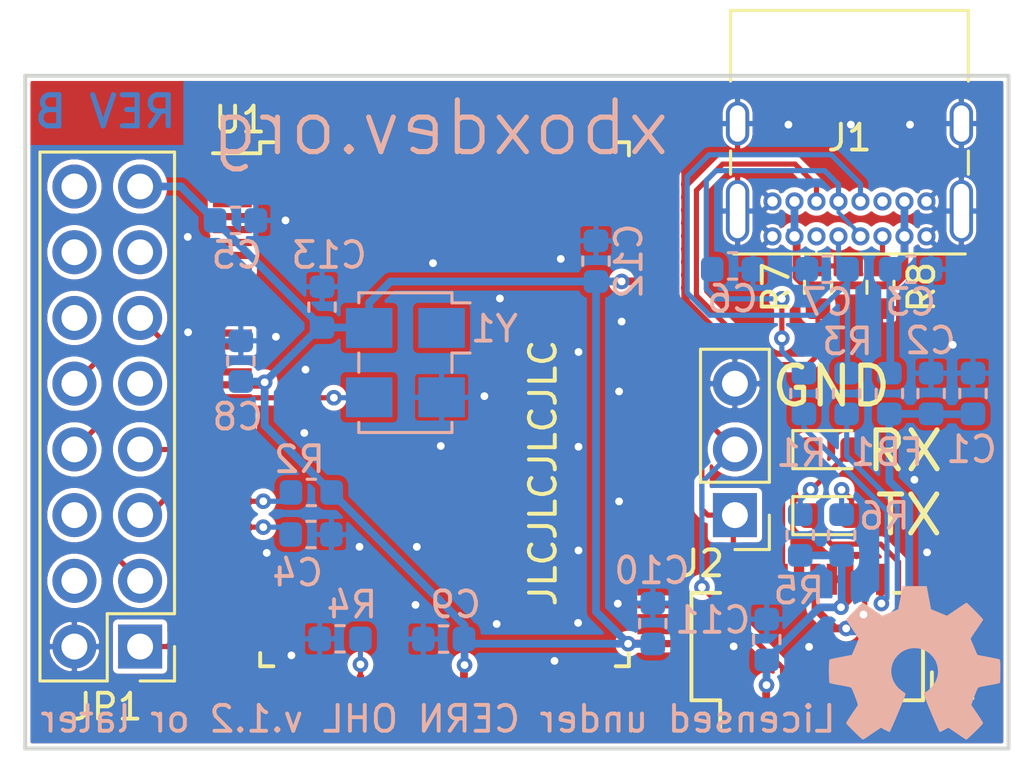
<source format=kicad_pcb>
(kicad_pcb (version 20171130) (host pcbnew "(5.1.8)-1")
  (title_block (title "Original Xbox Serial USB Adapter") (date 2019-03-27) (rev B) (company XboxDev) (comment 2 "Copyright Mike Davis 2019") (comment 3 "Licensed under CERN OHL v.1.2 or later") (comment 4 https://github.com/xboxdev/serial-usb-adapter))
  (layers (0 F.Cu signal) (31 B.Cu signal hide) (34 B.Paste user hide) (35 F.Paste user hide) (36 B.SilkS user hide) (37 F.SilkS user hide) (38 B.Mask user hide) (39 F.Mask user hide) (44 Edge.Cuts user))
  (net 0 "")
  (net 1 VBUS)
  (net 2 VSS)
  (net 3 "Net-(C4-Pad1)")
  (net 4 VCC)
  (net 5 "Net-(C6-Pad1)")
  (net 6 "Net-(C7-Pad1)")
  (net 7 +3V3)
  (net 8 "Net-(D1-Pad1)")
  (net 9 "Net-(D1-Pad2)")
  (net 10 "Net-(D2-Pad2)")
  (net 11 "Net-(D2-Pad1)")
  (net 12 "Net-(J2-Pad1)")
  (net 13 "Net-(J2-Pad2)")
  (net 14 "Net-(JP1-Pad3)")
  (net 15 "Net-(JP1-Pad5)")
  (net 16 "Net-(JP1-Pad7)")
  (net 17 "Net-(JP1-Pad8)")
  (net 18 "Net-(JP1-Pad10)")
  (net 19 "Net-(JP1-Pad11)")
  (net 20 "Net-(R1-Pad1)")
  (net 21 "Net-(R2-Pad1)")
  (net 22 "Net-(R3-Pad2)")
  (net 23 "Net-(R4-Pad1)")
  (net 24 "Net-(U1-Pad19)")
  (net 25 "Net-(Y1-Pad1)")
  (net 26 "Net-(J1-PadA5)")
  (net 27 "Net-(J1-PadB8)")
  (net 28 "Net-(J1-PadA8)")
  (net 29 "Net-(J1-PadB5)")
  (net 30 "Net-(C3-Pad1)")
  (module Capacitor_SMD:C_0603_1608Metric (layer B.Cu) (at 120.142 114.808)
    (fp_text reference C6 (at 0 1.27) (layer B.SilkS) (effects (justify mirror)))
    (fp_text value 47pF)
    (pad 2 smd roundrect (at 0.7875 0.127) (size 0.875 0.95) (layers B.Cu B.Paste B.Mask) (net 2 VSS))
    (pad 1 smd roundrect (at -0.7875 0.127) (size 0.875 0.95) (layers B.Cu B.Paste B.Mask) (net 5 "Net-(C6-Pad1)"))
  )
  (module Capacitor_SMD:C_0603_1608Metric (layer B.Cu) (at 127.0255 114.935)
    (fp_text reference C3 (at 0 1.27 180) (layer B.SilkS) (effects (justify mirror)))
    (fp_text value 10nF)
    (pad 2 smd roundrect (at 0.7875 0) (size 0.875 0.95) (layers B.Cu B.Paste B.Mask) (net 2 VSS))
    (pad 1 smd roundrect (at -0.7875 0) (size 0.875 0.95) (layers B.Cu B.Paste B.Mask) (net 30 "Net-(C3-Pad1)"))
  )
  (module Capacitor_SMD:C_0603_1608Metric (layer B.Cu) (at 114.86388 114.62258 90)
    (fp_text reference C12 (at 0 1.27 90) (layer B.SilkS) (effects (justify mirror)))
    (fp_text value 10nF)
    (pad 2 smd roundrect (at 0.7875 0 90) (size 0.875 0.95) (layers B.Cu B.Paste B.Mask) (net 2 VSS))
    (pad 1 smd roundrect (at -0.7875 0 90) (size 0.875 0.95) (layers B.Cu B.Paste B.Mask) (net 4 VCC))
  )
  (module Capacitor_SMD:C_0603_1608Metric (layer B.Cu) (at 123.7995 114.935 180)
    (fp_text reference C7 (at 0 -1.27) (layer B.SilkS) (effects (justify mirror)))
    (fp_text value 47pF)
    (pad 2 smd roundrect (at 0.7875 0 180) (size 0.875 0.95) (layers B.Cu B.Paste B.Mask) (net 2 VSS))
    (pad 1 smd roundrect (at -0.7875 0 180) (size 0.875 0.95) (layers B.Cu B.Paste B.Mask) (net 6 "Net-(C7-Pad1)"))
  )
  (module Connector_USB:USB_C_Receptacle_GCT_USB4085 (layer F.Cu) (at 127.635 113.665 180)
    (fp_text reference J1 (at 2.975 3.81 180) (layer F.SilkS))
    (fp_text value USB_C_Receptacle_USB2.0)
    (pad S1 thru_hole oval (at 7.3 4.36 180) (size 0.9 1.7) (drill oval 0.6 1.4) (layers *.Cu *.Mask) (net 2 VSS))
    (pad S1 thru_hole oval (at -1.35 4.36 180) (size 0.9 1.7) (drill oval 0.6 1.4) (layers *.Cu *.Mask) (net 2 VSS))
    (pad S1 thru_hole oval (at 7.3 0.98 180) (size 0.9 2.4) (drill oval 0.6 2.1) (layers *.Cu *.Mask) (net 2 VSS))
    (pad S1 thru_hole oval (at -1.35 0.98 180) (size 0.9 2.4) (drill oval 0.6 2.1) (layers *.Cu *.Mask) (net 2 VSS))
    (pad B6 thru_hole circle (at 3.4 1.35 180) (size 0.7 0.7) (drill 0.4) (layers *.Cu *.Mask) (net 5 "Net-(C6-Pad1)"))
    (pad B1 thru_hole circle (at 5.95 1.35 180) (size 0.7 0.7) (drill 0.4) (layers *.Cu *.Mask) (net 2 VSS))
    (pad B4 thru_hole circle (at 5.1 1.35 180) (size 0.7 0.7) (drill 0.4) (layers *.Cu *.Mask) (net 30 "Net-(C3-Pad1)"))
    (pad B5 thru_hole circle (at 4.25 1.35 180) (size 0.7 0.7) (drill 0.4) (layers *.Cu *.Mask) (net 29 "Net-(J1-PadB5)"))
    (pad B12 thru_hole circle (at 0 1.35 180) (size 0.7 0.7) (drill 0.4) (layers *.Cu *.Mask) (net 2 VSS))
    (pad B8 thru_hole circle (at 1.7 1.35 180) (size 0.7 0.7) (drill 0.4) (layers *.Cu *.Mask) (net 27 "Net-(J1-PadB8)"))
    (pad B7 thru_hole circle (at 2.55 1.35 180) (size 0.7 0.7) (drill 0.4) (layers *.Cu *.Mask) (net 6 "Net-(C7-Pad1)"))
    (pad B9 thru_hole circle (at 0.85 1.35 180) (size 0.7 0.7) (drill 0.4) (layers *.Cu *.Mask) (net 30 "Net-(C3-Pad1)"))
    (pad A12 thru_hole circle (at 5.95 0 180) (size 0.7 0.7) (drill 0.4) (layers *.Cu *.Mask) (net 2 VSS))
    (pad A9 thru_hole circle (at 5.1 0 180) (size 0.7 0.7) (drill 0.4) (layers *.Cu *.Mask) (net 30 "Net-(C3-Pad1)"))
    (pad A8 thru_hole circle (at 4.25 0 180) (size 0.7 0.7) (drill 0.4) (layers *.Cu *.Mask) (net 28 "Net-(J1-PadA8)"))
    (pad A7 thru_hole circle (at 3.4 0 180) (size 0.7 0.7) (drill 0.4) (layers *.Cu *.Mask) (net 6 "Net-(C7-Pad1)"))
    (pad A6 thru_hole circle (at 2.55 0 180) (size 0.7 0.7) (drill 0.4) (layers *.Cu *.Mask) (net 5 "Net-(C6-Pad1)"))
    (pad A5 thru_hole circle (at 1.7 0 180) (size 0.7 0.7) (drill 0.4) (layers *.Cu *.Mask) (net 26 "Net-(J1-PadA5)"))
    (pad A4 thru_hole circle (at 0.85 0 180) (size 0.7 0.7) (drill 0.4) (layers *.Cu *.Mask) (net 30 "Net-(C3-Pad1)"))
    (pad A1 thru_hole circle (at 0 0 180) (size 0.7 0.7) (drill 0.4) (layers *.Cu *.Mask) (net 2 VSS))
  )
  (module Resistor_SMD:R_0603_1608Metric (layer F.Cu) (at 125.857 115.633 90)
    (fp_text reference R8 (at 0.005661 1.584868 90) (layer F.SilkS))
    (fp_text value 5.1k hide)
    (pad 2 smd roundrect (at 0.825 0 90) (size 0.8 0.95) (layers F.Cu F.Paste F.Mask) (net 26 "Net-(J1-PadA5)"))
    (pad 1 smd roundrect (at -0.825 0 90) (size 0.8 0.95) (layers F.Cu F.Paste F.Mask) (net 2 VSS))
  )
  (module Resistor_SMD:R_0603_1608Metric (layer F.Cu) (at 123.444 115.633 270)
    (fp_text reference R7 (at 0.005661 1.629597 90) (layer F.SilkS))
    (fp_text value 5.1k hide)
    (pad 2 smd roundrect (at 0.825 0 270) (size 0.8 0.95) (layers F.Cu F.Paste F.Mask) (net 29 "Net-(J1-PadB5)"))
    (pad 1 smd roundrect (at -0.825 0 270) (size 0.8 0.95) (layers F.Cu F.Paste F.Mask) (net 2 VSS))
  )
  (module Package_QFP:LQFP-128_14x20mm_P0.5mm (layer F.Cu) (at 109.011441 120.152141)
    (fp_text reference U1 (at -7.905001 -10.995001) (layer F.SilkS))
    (fp_text value LPC47M192)
    (pad 128 smd rect (at -6.25 -11.2 90) (size 1.5 0.28) (layers F.Cu F.Paste F.Mask))
    (pad 127 smd rect (at -5.75 -11.2 90) (size 1.5 0.28) (layers F.Cu F.Paste F.Mask))
    (pad 126 smd rect (at -5.25 -11.2 90) (size 1.5 0.28) (layers F.Cu F.Paste F.Mask))
    (pad 125 smd rect (at -4.75 -11.2 90) (size 1.5 0.28) (layers F.Cu F.Paste F.Mask))
    (pad 124 smd rect (at -4.25 -11.2 90) (size 1.5 0.28) (layers F.Cu F.Paste F.Mask))
    (pad 123 smd rect (at -3.75 -11.2 90) (size 1.5 0.28) (layers F.Cu F.Paste F.Mask))
    (pad 122 smd rect (at -3.25 -11.2 90) (size 1.5 0.28) (layers F.Cu F.Paste F.Mask))
    (pad 121 smd rect (at -2.75 -11.2 90) (size 1.5 0.28) (layers F.Cu F.Paste F.Mask))
    (pad 120 smd rect (at -2.25 -11.2 90) (size 1.5 0.28) (layers F.Cu F.Paste F.Mask))
    (pad 119 smd rect (at -1.75 -11.2 90) (size 1.5 0.28) (layers F.Cu F.Paste F.Mask))
    (pad 118 smd rect (at -1.25 -11.2 90) (size 1.5 0.28) (layers F.Cu F.Paste F.Mask))
    (pad 117 smd rect (at -0.75 -11.2 90) (size 1.5 0.28) (layers F.Cu F.Paste F.Mask))
    (pad 116 smd rect (at -0.25 -11.2 90) (size 1.5 0.28) (layers F.Cu F.Paste F.Mask))
    (pad 115 smd rect (at 0.25 -11.2 90) (size 1.5 0.28) (layers F.Cu F.Paste F.Mask))
    (pad 114 smd rect (at 0.75 -11.2 90) (size 1.5 0.28) (layers F.Cu F.Paste F.Mask))
    (pad 113 smd rect (at 1.25 -11.2 90) (size 1.5 0.28) (layers F.Cu F.Paste F.Mask))
    (pad 112 smd rect (at 1.75 -11.2 90) (size 1.5 0.28) (layers F.Cu F.Paste F.Mask))
    (pad 111 smd rect (at 2.25 -11.2 90) (size 1.5 0.28) (layers F.Cu F.Paste F.Mask))
    (pad 110 smd rect (at 2.75 -11.2 90) (size 1.5 0.28) (layers F.Cu F.Paste F.Mask))
    (pad 109 smd rect (at 3.25 -11.2 90) (size 1.5 0.28) (layers F.Cu F.Paste F.Mask))
    (pad 108 smd rect (at 3.75 -11.2 90) (size 1.5 0.28) (layers F.Cu F.Paste F.Mask))
    (pad 107 smd rect (at 4.25 -11.2 90) (size 1.5 0.28) (layers F.Cu F.Paste F.Mask))
    (pad 106 smd rect (at 4.75 -11.2 90) (size 1.5 0.28) (layers F.Cu F.Paste F.Mask))
    (pad 105 smd rect (at 5.25 -11.2 90) (size 1.5 0.28) (layers F.Cu F.Paste F.Mask))
    (pad 104 smd rect (at 5.75 -11.2 90) (size 1.5 0.28) (layers F.Cu F.Paste F.Mask))
    (pad 103 smd rect (at 6.25 -11.2 90) (size 1.5 0.28) (layers F.Cu F.Paste F.Mask))
    (pad 102 smd rect (at 8.2 -9.25) (size 1.5 0.28) (layers F.Cu F.Paste F.Mask))
    (pad 101 smd rect (at 8.2 -8.75) (size 1.5 0.28) (layers F.Cu F.Paste F.Mask))
    (pad 100 smd rect (at 8.2 -8.25) (size 1.5 0.28) (layers F.Cu F.Paste F.Mask))
    (pad 99 smd rect (at 8.2 -7.75) (size 1.5 0.28) (layers F.Cu F.Paste F.Mask))
    (pad 98 smd rect (at 8.2 -7.25) (size 1.5 0.28) (layers F.Cu F.Paste F.Mask))
    (pad 97 smd rect (at 8.2 -6.75) (size 1.5 0.28) (layers F.Cu F.Paste F.Mask))
    (pad 96 smd rect (at 8.2 -6.25) (size 1.5 0.28) (layers F.Cu F.Paste F.Mask))
    (pad 95 smd rect (at 8.2 -5.75) (size 1.5 0.28) (layers F.Cu F.Paste F.Mask))
    (pad 94 smd rect (at 8.2 -5.25) (size 1.5 0.28) (layers F.Cu F.Paste F.Mask))
    (pad 93 smd rect (at 8.2 -4.75) (size 1.5 0.28) (layers F.Cu F.Paste F.Mask) (net 4 VCC))
    (pad 92 smd rect (at 8.2 -4.25) (size 1.5 0.28) (layers F.Cu F.Paste F.Mask))
    (pad 91 smd rect (at 8.2 -3.75) (size 1.5 0.28) (layers F.Cu F.Paste F.Mask))
    (pad 90 smd rect (at 8.2 -3.25) (size 1.5 0.28) (layers F.Cu F.Paste F.Mask))
    (pad 89 smd rect (at 8.2 -2.75) (size 1.5 0.28) (layers F.Cu F.Paste F.Mask))
    (pad 88 smd rect (at 8.2 -2.25) (size 1.5 0.28) (layers F.Cu F.Paste F.Mask))
    (pad 87 smd rect (at 8.2 -1.75) (size 1.5 0.28) (layers F.Cu F.Paste F.Mask))
    (pad 86 smd rect (at 8.2 -1.25) (size 1.5 0.28) (layers F.Cu F.Paste F.Mask))
    (pad 85 smd rect (at 8.2 -0.75) (size 1.5 0.28) (layers F.Cu F.Paste F.Mask) (net 13 "Net-(J2-Pad2)"))
    (pad 84 smd rect (at 8.2 -0.25) (size 1.5 0.28) (layers F.Cu F.Paste F.Mask) (net 12 "Net-(J2-Pad1)"))
    (pad 83 smd rect (at 8.2 0.25) (size 1.5 0.28) (layers F.Cu F.Paste F.Mask))
    (pad 82 smd rect (at 8.2 0.75) (size 1.5 0.28) (layers F.Cu F.Paste F.Mask))
    (pad 81 smd rect (at 8.2 1.25) (size 1.5 0.28) (layers F.Cu F.Paste F.Mask))
    (pad 80 smd rect (at 8.2 1.75) (size 1.5 0.28) (layers F.Cu F.Paste F.Mask))
    (pad 79 smd rect (at 8.2 2.25) (size 1.5 0.28) (layers F.Cu F.Paste F.Mask))
    (pad 78 smd rect (at 8.2 2.75) (size 1.5 0.28) (layers F.Cu F.Paste F.Mask))
    (pad 77 smd rect (at 8.2 3.25) (size 1.5 0.28) (layers F.Cu F.Paste F.Mask))
    (pad 76 smd rect (at 8.2 3.75) (size 1.5 0.28) (layers F.Cu F.Paste F.Mask) (net 2 VSS))
    (pad 75 smd rect (at 8.2 4.25) (size 1.5 0.28) (layers F.Cu F.Paste F.Mask))
    (pad 74 smd rect (at 8.2 4.75) (size 1.5 0.28) (layers F.Cu F.Paste F.Mask))
    (pad 73 smd rect (at 8.2 5.25) (size 1.5 0.28) (layers F.Cu F.Paste F.Mask))
    (pad 72 smd rect (at 8.2 5.75) (size 1.5 0.28) (layers F.Cu F.Paste F.Mask))
    (pad 71 smd rect (at 8.2 6.25) (size 1.5 0.28) (layers F.Cu F.Paste F.Mask))
    (pad 70 smd rect (at 8.2 6.75) (size 1.5 0.28) (layers F.Cu F.Paste F.Mask))
    (pad 69 smd rect (at 8.2 7.25) (size 1.5 0.28) (layers F.Cu F.Paste F.Mask))
    (pad 68 smd rect (at 8.2 7.75) (size 1.5 0.28) (layers F.Cu F.Paste F.Mask))
    (pad 67 smd rect (at 8.2 8.25) (size 1.5 0.28) (layers F.Cu F.Paste F.Mask))
    (pad 66 smd rect (at 8.2 8.75) (size 1.5 0.28) (layers F.Cu F.Paste F.Mask))
    (pad 65 smd rect (at 8.2 9.25) (size 1.5 0.28) (layers F.Cu F.Paste F.Mask) (net 4 VCC))
    (pad 64 smd rect (at 6.25 11.2 90) (size 1.5 0.28) (layers F.Cu F.Paste F.Mask))
    (pad 63 smd rect (at 5.75 11.2 90) (size 1.5 0.28) (layers F.Cu F.Paste F.Mask))
    (pad 62 smd rect (at 5.25 11.2 90) (size 1.5 0.28) (layers F.Cu F.Paste F.Mask))
    (pad 61 smd rect (at 4.75 11.2 90) (size 1.5 0.28) (layers F.Cu F.Paste F.Mask))
    (pad 60 smd rect (at 4.25 11.2 90) (size 1.5 0.28) (layers F.Cu F.Paste F.Mask) (net 2 VSS))
    (pad 59 smd rect (at 3.75 11.2 90) (size 1.5 0.28) (layers F.Cu F.Paste F.Mask))
    (pad 58 smd rect (at 3.25 11.2 90) (size 1.5 0.28) (layers F.Cu F.Paste F.Mask))
    (pad 57 smd rect (at 2.75 11.2 90) (size 1.5 0.28) (layers F.Cu F.Paste F.Mask))
    (pad 56 smd rect (at 2.25 11.2 90) (size 1.5 0.28) (layers F.Cu F.Paste F.Mask))
    (pad 55 smd rect (at 1.75 11.2 90) (size 1.5 0.28) (layers F.Cu F.Paste F.Mask))
    (pad 54 smd rect (at 1.25 11.2 90) (size 1.5 0.28) (layers F.Cu F.Paste F.Mask))
    (pad 53 smd rect (at 0.75 11.2 90) (size 1.5 0.28) (layers F.Cu F.Paste F.Mask) (net 4 VCC))
    (pad 52 smd rect (at 0.25 11.2 90) (size 1.5 0.28) (layers F.Cu F.Paste F.Mask))
    (pad 51 smd rect (at -0.25 11.2 90) (size 1.5 0.28) (layers F.Cu F.Paste F.Mask))
    (pad 50 smd rect (at -0.75 11.2 90) (size 1.5 0.28) (layers F.Cu F.Paste F.Mask))
    (pad 49 smd rect (at -1.25 11.2 90) (size 1.5 0.28) (layers F.Cu F.Paste F.Mask))
    (pad 48 smd rect (at -1.75 11.2 90) (size 1.5 0.28) (layers F.Cu F.Paste F.Mask))
    (pad 47 smd rect (at -2.25 11.2 90) (size 1.5 0.28) (layers F.Cu F.Paste F.Mask))
    (pad 46 smd rect (at -2.75 11.2 90) (size 1.5 0.28) (layers F.Cu F.Paste F.Mask))
    (pad 45 smd rect (at -3.25 11.2 90) (size 1.5 0.28) (layers F.Cu F.Paste F.Mask) (net 23 "Net-(R4-Pad1)"))
    (pad 44 smd rect (at -3.75 11.2 90) (size 1.5 0.28) (layers F.Cu F.Paste F.Mask))
    (pad 43 smd rect (at -4.25 11.2 90) (size 1.5 0.28) (layers F.Cu F.Paste F.Mask))
    (pad 42 smd rect (at -4.75 11.2 90) (size 1.5 0.28) (layers F.Cu F.Paste F.Mask))
    (pad 41 smd rect (at -5.25 11.2 90) (size 1.5 0.28) (layers F.Cu F.Paste F.Mask))
    (pad 40 smd rect (at -5.75 11.2 90) (size 1.5 0.28) (layers F.Cu F.Paste F.Mask))
    (pad 39 smd rect (at -6.25 11.2 90) (size 1.5 0.28) (layers F.Cu F.Paste F.Mask))
    (pad 38 smd rect (at -8.2 9.25) (size 1.5 0.28) (layers F.Cu F.Paste F.Mask))
    (pad 37 smd rect (at -8.2 8.75) (size 1.5 0.28) (layers F.Cu F.Paste F.Mask))
    (pad 36 smd rect (at -8.2 8.25) (size 1.5 0.28) (layers F.Cu F.Paste F.Mask))
    (pad 35 smd rect (at -8.2 7.75) (size 1.5 0.28) (layers F.Cu F.Paste F.Mask))
    (pad 34 smd rect (at -8.2 7.25) (size 1.5 0.28) (layers F.Cu F.Paste F.Mask))
    (pad 33 smd rect (at -8.2 6.75) (size 1.5 0.28) (layers F.Cu F.Paste F.Mask))
    (pad 32 smd rect (at -8.2 6.25) (size 1.5 0.28) (layers F.Cu F.Paste F.Mask))
    (pad 31 smd rect (at -8.2 5.75) (size 1.5 0.28) (layers F.Cu F.Paste F.Mask) (net 2 VSS))
    (pad 30 smd rect (at -8.2 5.25) (size 1.5 0.28) (layers F.Cu F.Paste F.Mask))
    (pad 29 smd rect (at -8.2 4.75) (size 1.5 0.28) (layers F.Cu F.Paste F.Mask) (net 3 "Net-(C4-Pad1)"))
    (pad 28 smd rect (at -8.2 4.25) (size 1.5 0.28) (layers F.Cu F.Paste F.Mask))
    (pad 27 smd rect (at -8.2 3.75) (size 1.5 0.28) (layers F.Cu F.Paste F.Mask) (net 21 "Net-(R2-Pad1)"))
    (pad 26 smd rect (at -8.2 3.25) (size 1.5 0.28) (layers F.Cu F.Paste F.Mask) (net 15 "Net-(JP1-Pad5)"))
    (pad 25 smd rect (at -8.2 2.75) (size 1.5 0.28) (layers F.Cu F.Paste F.Mask))
    (pad 24 smd rect (at -8.2 2.25) (size 1.5 0.28) (layers F.Cu F.Paste F.Mask) (net 14 "Net-(JP1-Pad3)"))
    (pad 23 smd rect (at -8.2 1.75) (size 1.5 0.28) (layers F.Cu F.Paste F.Mask) (net 16 "Net-(JP1-Pad7)"))
    (pad 22 smd rect (at -8.2 1.25) (size 1.5 0.28) (layers F.Cu F.Paste F.Mask) (net 17 "Net-(JP1-Pad8)"))
    (pad 21 smd rect (at -8.2 0.75) (size 1.5 0.28) (layers F.Cu F.Paste F.Mask) (net 18 "Net-(JP1-Pad10)"))
    (pad 20 smd rect (at -8.2 0.25) (size 1.5 0.28) (layers F.Cu F.Paste F.Mask) (net 19 "Net-(JP1-Pad11)"))
    (pad 19 smd rect (at -8.2 -0.25) (size 1.5 0.28) (layers F.Cu F.Paste F.Mask) (net 24 "Net-(U1-Pad19)"))
    (pad 18 smd rect (at -8.2 -0.75) (size 1.5 0.28) (layers F.Cu F.Paste F.Mask) (net 4 VCC))
    (pad 17 smd rect (at -8.2 -1.25) (size 1.5 0.28) (layers F.Cu F.Paste F.Mask))
    (pad 16 smd rect (at -8.2 -1.75) (size 1.5 0.28) (layers F.Cu F.Paste F.Mask))
    (pad 15 smd rect (at -8.2 -2.25) (size 1.5 0.28) (layers F.Cu F.Paste F.Mask))
    (pad 14 smd rect (at -8.2 -2.75) (size 1.5 0.28) (layers F.Cu F.Paste F.Mask))
    (pad 13 smd rect (at -8.2 -3.25) (size 1.5 0.28) (layers F.Cu F.Paste F.Mask))
    (pad 12 smd rect (at -8.2 -3.75) (size 1.5 0.28) (layers F.Cu F.Paste F.Mask))
    (pad 11 smd rect (at -8.2 -4.25) (size 1.5 0.28) (layers F.Cu F.Paste F.Mask))
    (pad 10 smd rect (at -8.2 -4.75) (size 1.5 0.28) (layers F.Cu F.Paste F.Mask))
    (pad 9 smd rect (at -8.2 -5.25) (size 1.5 0.28) (layers F.Cu F.Paste F.Mask))
    (pad 8 smd rect (at -8.2 -5.75) (size 1.5 0.28) (layers F.Cu F.Paste F.Mask))
    (pad 7 smd rect (at -8.2 -6.25) (size 1.5 0.28) (layers F.Cu F.Paste F.Mask) (net 2 VSS))
    (pad 6 smd rect (at -8.2 -6.75) (size 1.5 0.28) (layers F.Cu F.Paste F.Mask) (net 2 VSS))
    (pad 5 smd rect (at -8.2 -7.25) (size 1.5 0.28) (layers F.Cu F.Paste F.Mask))
    (pad 4 smd rect (at -8.2 -7.75) (size 1.5 0.28) (layers F.Cu F.Paste F.Mask))
    (pad 3 smd rect (at -8.2 -8.25) (size 1.5 0.28) (layers F.Cu F.Paste F.Mask))
    (pad 2 smd rect (at -8.2 -8.75) (size 1.5 0.28) (layers F.Cu F.Paste F.Mask))
    (pad 1 smd rect (at -8.2 -9.25) (size 1.5 0.28) (layers F.Cu F.Paste F.Mask))
  )
  (module LED_SMD:LED_0603_1608Metric (layer F.Cu) (at 123.95644 124.45714)
    (fp_text reference D1 hide)
    (fp_text value Green)
    (pad 2 smd roundrect (at 0.7875 0) (size 0.875 0.95) (layers F.Cu F.Paste F.Mask) (net 9 "Net-(D1-Pad2)"))
    (pad 1 smd roundrect (at -0.7875 0) (size 0.875 0.95) (layers F.Cu F.Paste F.Mask) (net 8 "Net-(D1-Pad1)"))
  )
  (module LED_SMD:LED_0603_1608Metric (layer F.Cu) (at 123.95644 121.90714)
    (fp_text reference D2 hide)
    (fp_text value Blue)
    (pad 2 smd roundrect (at 0.7875 0) (size 0.875 0.95) (layers F.Cu F.Paste F.Mask) (net 10 "Net-(D2-Pad2)"))
    (pad 1 smd roundrect (at -0.7875 0) (size 0.875 0.95) (layers F.Cu F.Paste F.Mask) (net 11 "Net-(D2-Pad1)"))
  )
  (module Connector_PinHeader_2.54mm:PinHeader_1x03_P2.54mm_Vertical (layer F.Cu) (at 120.23344 124.43714 180)
    (fp_text reference J2 (at 1.277 -1.87 180) (layer F.SilkS))
    (fp_text value "UART Header")
    (pad 3 thru_hole oval (at 0 5.08 180) (size 1.7 1.7) (drill 1) (layers *.Cu *.Mask) (net 2 VSS))
    (pad 2 thru_hole oval (at 0 2.54 180) (size 1.7 1.7) (drill 1) (layers *.Cu *.Mask) (net 13 "Net-(J2-Pad2)"))
    (pad 1 thru_hole rect (at 0 0 180) (size 1.7 1.7) (drill 1) (layers *.Cu *.Mask) (net 12 "Net-(J2-Pad1)"))
  )
  (module Capacitor_SMD:C_0603_1608Metric (layer B.Cu) (at 129.43332 119.73814 90)
    (fp_text reference C1 (at -2.159 -0.05588) (layer B.SilkS) (effects (justify mirror)))
    (fp_text value 4u7)
    (pad 2 smd roundrect (at 0.7875 0 90) (size 0.875 0.95) (layers B.Cu B.Paste B.Mask) (net 2 VSS))
    (pad 1 smd roundrect (at -0.7875 0 90) (size 0.875 0.95) (layers B.Cu B.Paste B.Mask) (net 1 VBUS))
  )
  (module Capacitor_SMD:C_0603_1608Metric (layer B.Cu) (at 127.81534 119.73814 90)
    (fp_text reference C2 (at 2.0447 -0.0254 180) (layer B.SilkS) (effects (justify mirror)))
    (fp_text value 100nF)
    (pad 2 smd roundrect (at 0.7875 0 90) (size 0.875 0.95) (layers B.Cu B.Paste B.Mask) (net 2 VSS))
    (pad 1 smd roundrect (at -0.7875 0 90) (size 0.875 0.95) (layers B.Cu B.Paste B.Mask) (net 1 VBUS))
  )
  (module Capacitor_SMD:C_0603_1608Metric (layer B.Cu) (at 103.85044 125.18644)
    (fp_text reference C4 (at -0.51816 1.48082 -180) (layer B.SilkS) (effects (justify mirror)))
    (fp_text value 47pF)
    (pad 2 smd roundrect (at 0.7875 0) (size 0.875 0.95) (layers B.Cu B.Paste B.Mask) (net 2 VSS))
    (pad 1 smd roundrect (at -0.7875 0) (size 0.875 0.95) (layers B.Cu B.Paste B.Mask) (net 3 "Net-(C4-Pad1)"))
  )
  (module Capacitor_SMD:C_0603_1608Metric (layer B.Cu) (at 100.92944 113.04778 180)
    (fp_text reference C5 (at -0.06096 -1.34112) (layer B.SilkS) (effects (justify mirror)))
    (fp_text value 10uF)
    (pad 2 smd roundrect (at 0.7875 0 180) (size 0.875 0.95) (layers B.Cu B.Paste B.Mask) (net 4 VCC))
    (pad 1 smd roundrect (at -0.7875 0 180) (size 0.875 0.95) (layers B.Cu B.Paste B.Mask) (net 2 VSS))
  )
  (module Capacitor_SMD:C_0603_1608Metric (layer B.Cu) (at 101.13772 118.48846 90)
    (fp_text reference C8 (at -2.14884 -0.11684) (layer B.SilkS) (effects (justify mirror)))
    (fp_text value 10nF)
    (pad 2 smd roundrect (at 0.7875 0 90) (size 0.875 0.95) (layers B.Cu B.Paste B.Mask) (net 2 VSS))
    (pad 1 smd roundrect (at -0.7875 0 90) (size 0.875 0.95) (layers B.Cu B.Paste B.Mask) (net 4 VCC))
  )
  (module Capacitor_SMD:C_0603_1608Metric (layer B.Cu) (at 108.97616 129.22758 180)
    (fp_text reference C9 (at -0.46228 1.33604 180) (layer B.SilkS) (effects (justify mirror)))
    (fp_text value 10nF)
    (pad 2 smd roundrect (at 0.7875 0 180) (size 0.875 0.95) (layers B.Cu B.Paste B.Mask) (net 2 VSS))
    (pad 1 smd roundrect (at -0.7875 0 180) (size 0.875 0.95) (layers B.Cu B.Paste B.Mask) (net 4 VCC))
  )
  (module Capacitor_SMD:C_0603_1608Metric (layer B.Cu) (at 117.05844 128.62814 90)
    (fp_text reference C10 (at 2.04978 -0.03302 180) (layer B.SilkS) (effects (justify mirror)))
    (fp_text value 10nF)
    (pad 2 smd roundrect (at 0.7875 0 90) (size 0.875 0.95) (layers B.Cu B.Paste B.Mask) (net 2 VSS))
    (pad 1 smd roundrect (at -0.7875 0 90) (size 0.875 0.95) (layers B.Cu B.Paste B.Mask) (net 4 VCC))
  )
  (module Capacitor_SMD:C_0603_1608Metric (layer B.Cu) (at 121.4628 129.2479 90)
    (fp_text reference C11 (at 0.75692 -2.08788 180) (layer B.SilkS) (effects (justify mirror)))
    (fp_text value 100nF)
    (pad 2 smd roundrect (at 0.7875 0 90) (size 0.875 0.95) (layers B.Cu B.Paste B.Mask) (net 2 VSS))
    (pad 1 smd roundrect (at -0.7875 0 90) (size 0.875 0.95) (layers B.Cu B.Paste B.Mask) (net 7 +3V3))
  )
  (module Capacitor_SMD:C_0603_1608Metric (layer B.Cu) (at 104.27716 116.40058 270)
    (fp_text reference C13 (at -2.01168 -0.27432) (layer B.SilkS) (effects (justify mirror)))
    (fp_text value 10nF)
    (pad 2 smd roundrect (at 0.7875 0 270) (size 0.875 0.95) (layers B.Cu B.Paste B.Mask) (net 4 VCC))
    (pad 1 smd roundrect (at -0.7875 0 270) (size 0.875 0.95) (layers B.Cu B.Paste B.Mask) (net 2 VSS))
  )
  (module Inductor_SMD:L_0603_1608Metric (layer B.Cu) (at 126.20244 119.73814 270)
    (fp_text reference FB1 (at 2.269 0.096) (layer B.SilkS) (effects (justify mirror)))
    (fp_text value 33ohm)
    (pad 2 smd roundrect (at 0.7875 0 270) (size 0.875 0.95) (layers B.Cu B.Paste B.Mask) (net 1 VBUS))
    (pad 1 smd roundrect (at -0.7875 0 270) (size 0.875 0.95) (layers B.Cu B.Paste B.Mask) (net 30 "Net-(C3-Pad1)"))
  )
  (module Connector_PinHeader_2.54mm:PinHeader_2x08_P2.54mm_Vertical (layer F.Cu) (at 97.24644 129.51714 180)
    (fp_text reference JP1 (at 1.27 -2.33 180) (layer F.SilkS))
    (fp_text value LPC)
    (pad 16 thru_hole oval (at 2.54 17.78 180) (size 1.7 1.7) (drill 1) (layers *.Cu *.Mask))
    (pad 15 thru_hole oval (at 0 17.78 180) (size 1.7 1.7) (drill 1) (layers *.Cu *.Mask) (net 4 VCC))
    (pad 14 thru_hole oval (at 2.54 15.24 180) (size 1.7 1.7) (drill 1) (layers *.Cu *.Mask))
    (pad 13 thru_hole oval (at 0 15.24 180) (size 1.7 1.7) (drill 1) (layers *.Cu *.Mask))
    (pad 12 thru_hole oval (at 2.54 12.7 180) (size 1.7 1.7) (drill 1) (layers *.Cu *.Mask))
    (pad 11 thru_hole oval (at 0 12.7 180) (size 1.7 1.7) (drill 1) (layers *.Cu *.Mask) (net 19 "Net-(JP1-Pad11)"))
    (pad 10 thru_hole oval (at 2.54 10.16 180) (size 1.7 1.7) (drill 1) (layers *.Cu *.Mask) (net 18 "Net-(JP1-Pad10)"))
    (pad 9 thru_hole oval (at 0 10.16 180) (size 1.7 1.7) (drill 1) (layers *.Cu *.Mask))
    (pad 8 thru_hole oval (at 2.54 7.62 180) (size 1.7 1.7) (drill 1) (layers *.Cu *.Mask) (net 17 "Net-(JP1-Pad8)"))
    (pad 7 thru_hole oval (at 0 7.62 180) (size 1.7 1.7) (drill 1) (layers *.Cu *.Mask) (net 16 "Net-(JP1-Pad7)"))
    (pad 6 thru_hole oval (at 2.54 5.08 180) (size 1.7 1.7) (drill 1) (layers *.Cu *.Mask))
    (pad 5 thru_hole oval (at 0 5.08 180) (size 1.7 1.7) (drill 1) (layers *.Cu *.Mask) (net 15 "Net-(JP1-Pad5)"))
    (pad 4 thru_hole oval (at 2.54 2.54 180) (size 1.7 1.7) (drill 1) (layers *.Cu *.Mask))
    (pad 3 thru_hole oval (at 0 2.54 180) (size 1.7 1.7) (drill 1) (layers *.Cu *.Mask) (net 14 "Net-(JP1-Pad3)"))
    (pad 2 thru_hole oval (at 2.54 0 180) (size 1.7 1.7) (drill 1) (layers *.Cu *.Mask) (net 2 VSS))
    (pad 1 thru_hole rect (at 0 0 180) (size 1.7 1.7) (drill 1) (layers *.Cu *.Mask) (net 3 "Net-(C4-Pad1)"))
  )
  (module Resistor_SMD:R_0603_1608Metric (layer B.Cu) (at 122.90044 119.73814 90)
    (fp_text reference R1 (at -2.30886 -0.09144 180) (layer B.SilkS) (effects (justify mirror)))
    (fp_text value 27R)
    (pad 2 smd roundrect (at 0.7875 0 90) (size 0.875 0.95) (layers B.Cu B.Paste B.Mask) (net 5 "Net-(C6-Pad1)"))
    (pad 1 smd roundrect (at -0.7875 0 90) (size 0.875 0.95) (layers B.Cu B.Paste B.Mask) (net 20 "Net-(R1-Pad1)"))
  )
  (module Resistor_SMD:R_0603_1608Metric (layer B.Cu) (at 103.86314 123.56084)
    (fp_text reference R2 (at -0.45974 -1.27762 180) (layer B.SilkS) (effects (justify mirror)))
    (fp_text value 10k)
    (pad 2 smd roundrect (at 0.7875 0) (size 0.875 0.95) (layers B.Cu B.Paste B.Mask) (net 4 VCC))
    (pad 1 smd roundrect (at -0.7875 0) (size 0.875 0.95) (layers B.Cu B.Paste B.Mask) (net 21 "Net-(R2-Pad1)"))
  )
  (module Resistor_SMD:R_0603_1608Metric (layer B.Cu) (at 124.55144 119.73814 270)
    (fp_text reference R3 (at -2.00914 -0.03556) (layer B.SilkS) (effects (justify mirror)))
    (fp_text value 27R)
    (pad 2 smd roundrect (at 0.7875 0 270) (size 0.875 0.95) (layers B.Cu B.Paste B.Mask) (net 22 "Net-(R3-Pad2)"))
    (pad 1 smd roundrect (at -0.7875 0 270) (size 0.875 0.95) (layers B.Cu B.Paste B.Mask) (net 6 "Net-(C7-Pad1)"))
  )
  (module Resistor_SMD:R_0603_1608Metric (layer B.Cu) (at 104.97312 129.21742 180)
    (fp_text reference R4 (at -0.4572 1.31572 180) (layer B.SilkS) (effects (justify mirror)))
    (fp_text value 10k)
    (pad 2 smd roundrect (at 0.7875 0 180) (size 0.875 0.95) (layers B.Cu B.Paste B.Mask) (net 2 VSS))
    (pad 1 smd roundrect (at -0.7875 0 180) (size 0.875 0.95) (layers B.Cu B.Paste B.Mask) (net 23 "Net-(R4-Pad1)"))
  )
  (module Resistor_SMD:R_0603_1608Metric (layer B.Cu) (at 122.75644 125.20714 90)
    (fp_text reference R5 (at -2.151 -0.05412 180) (layer B.SilkS) (effects (justify mirror)))
    (fp_text value 470R)
    (pad 2 smd roundrect (at 0.7875 0 90) (size 0.875 0.95) (layers B.Cu B.Paste B.Mask) (net 10 "Net-(D2-Pad2)"))
    (pad 1 smd roundrect (at -0.7875 0 90) (size 0.875 0.95) (layers B.Cu B.Paste B.Mask) (net 7 +3V3))
  )
  (module Resistor_SMD:R_0603_1608Metric (layer B.Cu) (at 124.35644 125.20714 90)
    (fp_text reference R6 (at 0.73444 1.65296 180) (layer B.SilkS) (effects (justify mirror)))
    (fp_text value 1.2k)
    (pad 2 smd roundrect (at 0.7875 0 90) (size 0.875 0.95) (layers B.Cu B.Paste B.Mask) (net 9 "Net-(D1-Pad2)"))
    (pad 1 smd roundrect (at -0.7875 0 90) (size 0.875 0.95) (layers B.Cu B.Paste B.Mask) (net 7 +3V3))
  )
  (module Package_SO:SSOP-20_3.9x8.7mm_P0.635mm (layer F.Cu) (at 123.02744 129.51714 90)
    (fp_text reference U2 (at -1.54 5.579 180) (layer F.SilkS))
    (fp_text value FT231XS)
    (pad 20 smd rect (at 2.6 -2.8575 90) (size 1.2 0.4) (layers F.Cu F.Paste F.Mask) (net 12 "Net-(J2-Pad1)"))
    (pad 19 smd rect (at 2.6 -2.2225 90) (size 1.2 0.4) (layers F.Cu F.Paste F.Mask))
    (pad 18 smd rect (at 2.6 -1.5875 90) (size 1.2 0.4) (layers F.Cu F.Paste F.Mask))
    (pad 17 smd rect (at 2.6 -0.9525 90) (size 1.2 0.4) (layers F.Cu F.Paste F.Mask) (net 11 "Net-(D2-Pad1)"))
    (pad 16 smd rect (at 2.6 -0.3175 90) (size 1.2 0.4) (layers F.Cu F.Paste F.Mask) (net 2 VSS))
    (pad 15 smd rect (at 2.6 0.3175 90) (size 1.2 0.4) (layers F.Cu F.Paste F.Mask) (net 1 VBUS))
    (pad 14 smd rect (at 2.6 0.9525 90) (size 1.2 0.4) (layers F.Cu F.Paste F.Mask) (net 7 +3V3))
    (pad 13 smd rect (at 2.6 1.5875 90) (size 1.2 0.4) (layers F.Cu F.Paste F.Mask) (net 7 +3V3))
    (pad 12 smd rect (at 2.6 2.2225 90) (size 1.2 0.4) (layers F.Cu F.Paste F.Mask) (net 22 "Net-(R3-Pad2)"))
    (pad 11 smd rect (at 2.6 2.8575 90) (size 1.2 0.4) (layers F.Cu F.Paste F.Mask) (net 20 "Net-(R1-Pad1)"))
    (pad 10 smd rect (at -2.6 2.8575 90) (size 1.2 0.4) (layers F.Cu F.Paste F.Mask) (net 8 "Net-(D1-Pad1)"))
    (pad 9 smd rect (at -2.6 2.2225 90) (size 1.2 0.4) (layers F.Cu F.Paste F.Mask))
    (pad 8 smd rect (at -2.6 1.5875 90) (size 1.2 0.4) (layers F.Cu F.Paste F.Mask))
    (pad 7 smd rect (at -2.6 0.9525 90) (size 1.2 0.4) (layers F.Cu F.Paste F.Mask))
    (pad 6 smd rect (at -2.6 0.3175 90) (size 1.2 0.4) (layers F.Cu F.Paste F.Mask) (net 2 VSS))
    (pad 5 smd rect (at -2.6 -0.3175 90) (size 1.2 0.4) (layers F.Cu F.Paste F.Mask))
    (pad 4 smd rect (at -2.6 -0.9525 90) (size 1.2 0.4) (layers F.Cu F.Paste F.Mask) (net 13 "Net-(J2-Pad2)"))
    (pad 3 smd rect (at -2.6 -1.5875 90) (size 1.2 0.4) (layers F.Cu F.Paste F.Mask) (net 7 +3V3))
    (pad 2 smd rect (at -2.6 -2.2225 90) (size 1.2 0.4) (layers F.Cu F.Paste F.Mask))
    (pad 1 smd rect (at -2.6 -2.8575 90) (size 1.2 0.4) (layers F.Cu F.Paste F.Mask))
  )
  (module Oscillator:Oscillator_SMD_TXC_7C-4Pin_5.0x3.2mm_HandSoldering (layer B.Cu) (at 107.49788 118.54434 270)
    (fp_text reference Y1 (at -1.30556 -3.43916) (layer B.SilkS) (effects (justify mirror)))
    (fp_text value "SG5032CAN 14.318MHz")
    (pad 4 smd rect (at -1.34 1.4 270) (size 1.54 1.8) (layers B.Cu B.Paste B.Mask) (net 4 VCC))
    (pad 3 smd rect (at 1.34 1.4 270) (size 1.54 1.8) (layers B.Cu B.Paste B.Mask) (net 24 "Net-(U1-Pad19)"))
    (pad 2 smd rect (at 1.34 -1.4 270) (size 1.54 1.8) (layers B.Cu B.Paste B.Mask) (net 2 VSS))
    (pad 1 smd rect (at -1.34 -1.4 270) (size 1.54 1.8) (layers B.Cu B.Paste B.Mask) (net 25 "Net-(Y1-Pad1)"))
  )
  (module Symbol:OSHW-Symbol_6.7x6mm_SilkScreen (layer B.Cu) (at 127.18796 130.1623 180)
    (fp_text reference "OSHW Logo" hide)
    (fp_text value OSHW-Symbol_6.7x6mm_SilkScreen hide)
  )
  (gr_text "Licensed under CERN OHL v.1.2 or later" (at 108.76026 132.31622) (layer B.SilkS) (effects (font (size 1 1)) (justify mirror)))
  (gr_text xboxdev.org (at 108.839 109.474) (layer B.SilkS) (effects (font (size 2 2) (thickness 0.2)) (justify mirror)))
  (gr_text TX (at 126.95936 124.43714) (layer F.SilkS) (effects (font (size 1.5 1.5) (thickness 0.2))))
  (gr_text RX (at 126.79426 121.96064) (layer F.SilkS) (effects (font (size 1.5 1.5) (thickness 0.2))))
  (gr_text JLCJLCJLCJLC (at 112.81664 122.81154 90) (layer F.SilkS) (effects (font (size 1 1) (thickness 0.153))))
  (gr_text "REV B" (at 95.90278 108.84662) (layer B.Cu) (effects (font (size 1.2 1.2) (thickness 0.2)) (justify mirror)))
  (gr_text GND (at 123.95644 119.45714) (layer F.SilkS) (effects (font (size 1.5 1.5) (thickness 0.2))))
  (gr_line (start 92.80644 133.45714) (end 92.80644 107.45714) (layer Edge.Cuts) (width 0.15))
  (gr_line (start 130.80644 133.45714) (end 92.80644 133.45714) (layer Edge.Cuts) (width 0.15))
  (gr_line (start 130.80644 107.45714) (end 130.80644 133.45714) (layer Edge.Cuts) (width 0.15))
  (gr_line (start 92.80644 107.45714) (end 130.80644 107.45714) (layer Edge.Cuts) (width 0.15))
  (segment (start 126.22794 120.50014) (end 126.20244 120.52564) (width 0.3) (layer B.Cu) (net 1))
  (segment (start 129.42062 120.53834) (end 129.43332 120.52564) (width 0.3) (layer B.Cu) (net 1))
  (segment (start 127.81534 120.53834) (end 129.42062 120.53834) (width 0.3) (layer B.Cu) (net 1))
  (segment (start 126.20244 120.52564) (end 127.81534 120.52564) (width 0.3) (layer B.Cu) (net 1))
  (via (at 124.53112 128.8161) (size 0.6) (drill 0.3) (layers F.Cu B.Cu) (net 1))
  (segment (start 123.34494 126.91714) (end 123.34494 128.054184) (width 0.3) (layer F.Cu) (net 1))
  (segment (start 123.34494 128.054184) (end 124.106856 128.8161) (width 0.3) (layer F.Cu) (net 1))
  (segment (start 124.106856 128.8161) (end 124.53112 128.8161) (width 0.3) (layer F.Cu) (net 1))
  (segment (start 124.64542 128.9304) (end 124.53112 128.8161) (width 0.3) (layer B.Cu) (net 1))
  (segment (start 126.32944 128.9304) (end 124.64542 128.9304) (width 0.3) (layer B.Cu) (net 1))
  (segment (start 126.96698 128.29286) (end 126.32944 128.9304) (width 0.3) (layer B.Cu) (net 1))
  (segment (start 126.96698 123.87834) (end 126.96698 128.29286) (width 0.3) (layer B.Cu) (net 1))
  (segment (start 126.20244 123.1138) (end 126.96698 123.87834) (width 0.3) (layer B.Cu) (net 1))
  (segment (start 126.20244 120.52564) (end 126.20244 123.1138) (width 0.3) (layer B.Cu) (net 1))
  (via (at 115.70644 127.85714) (size 0.6) (drill 0.3) (layers F.Cu B.Cu) (net 2))
  (via (at 115.75644 123.90714) (size 0.6) (drill 0.3) (layers F.Cu B.Cu) (net 2))
  (via (at 115.85644 116.95714) (size 0.6) (drill 0.3) (layers F.Cu B.Cu) (net 2))
  (via (at 105.72496 125.66142) (size 0.6) (drill 0.3) (layers F.Cu B.Cu) (net 2))
  (via (at 123.09856 129.5273) (size 0.6) (drill 0.3) (layers F.Cu B.Cu) (net 2))
  (via (at 110.55096 119.83974) (size 0.6) (drill 0.3) (layers F.Cu B.Cu) (net 2))
  (via (at 111.1504 116.0653) (size 0.6) (drill 0.3) (layers F.Cu B.Cu) (net 2))
  (via (at 127.17018 123.07062) (size 0.6) (drill 0.3) (layers F.Cu B.Cu) (net 2))
  (via (at 120.18518 129.50952) (size 0.6) (drill 0.3) (layers F.Cu B.Cu) (net 2))
  (via (at 124.714 109.347) (size 0.6) (drill 0.3) (layers F.Cu B.Cu) (net 2))
  (via (at 103.09352 129.8575) (size 0.6) (drill 0.3) (layers F.Cu B.Cu) (net 2))
  (via (at 113.50244 114.53622) (size 0.6) (drill 0.3) (layers F.Cu B.Cu) (net 2))
  (via (at 122.301 109.347) (size 0.6) (drill 0.3) (layers F.Cu B.Cu) (net 2))
  (via (at 127 109.347) (size 0.6) (drill 0.3) (layers F.Cu B.Cu) (net 2))
  (via (at 99.08794 113.68532) (size 0.6) (drill 0.3) (layers F.Cu B.Cu) (net 2))
  (via (at 113.26114 130.07086) (size 0.6) (drill 0.3) (layers F.Cu B.Cu) (net 2))
  (via (at 127.65786 125.87732) (size 0.6) (drill 0.3) (layers F.Cu B.Cu) (net 2))
  (via (at 128.651 117.856) (size 0.6) (drill 0.3) (layers F.Cu B.Cu) (net 2))
  (via (at 102.49408 117.54358) (size 0.6) (drill 0.3) (layers F.Cu B.Cu) (net 2))
  (via (at 102.86492 113.04778) (size 0.6) (drill 0.3) (layers F.Cu B.Cu) (net 2))
  (via (at 108.56468 114.69878) (size 0.6) (drill 0.3) (layers F.Cu B.Cu) (net 2))
  (via (at 111.02594 128.64338) (size 0.6) (drill 0.3) (layers F.Cu B.Cu) (net 2))
  (via (at 108.8644 121.76506) (size 0.6) (drill 0.3) (layers F.Cu B.Cu) (net 2))
  (via (at 115.75644 119.65714) (size 0.6) (drill 0.3) (layers F.Cu B.Cu) (net 2))
  (via (at 102.14102 125.89764) (size 0.6) (drill 0.3) (layers F.Cu B.Cu) (net 2))
  (via (at 103.59136 121.26214) (size 0.6) (drill 0.3) (layers F.Cu B.Cu) (net 2))
  (via (at 107.93984 125.66142) (size 0.6) (drill 0.3) (layers F.Cu B.Cu) (net 2))
  (via (at 107.88904 127.90678) (size 0.6) (drill 0.3) (layers F.Cu B.Cu) (net 2))
  (via (at 114.173 128.60274) (size 0.6) (drill 0.3) (layers F.Cu B.Cu) (net 2))
  (via (at 114.18824 125.80366) (size 0.6) (drill 0.3) (layers F.Cu B.Cu) (net 2))
  (via (at 114.18824 121.79554) (size 0.6) (drill 0.3) (layers F.Cu B.Cu) (net 2))
  (via (at 114.18824 118.13286) (size 0.6) (drill 0.3) (layers F.Cu B.Cu) (net 2))
  (via (at 99.10064 117.37086) (size 0.6) (drill 0.3) (layers F.Cu B.Cu) (net 2))
  (via (at 103.63708 118.81358) (size 0.6) (drill 0.3) (layers F.Cu B.Cu) (net 2))
  (segment (start 128.1175 114.935) (end 127.68 114.935) (width 0.15) (layer B.Cu) (net 2))
  (via (at 102.006438 124.902141) (size 0.6) (drill 0.3) (layers F.Cu B.Cu) (net 3))
  (segment (start 100.811441 124.902141) (end 102.006438 124.902141) (width 0.2) (layer F.Cu) (net 3))
  (segment (start 102.778641 124.902141) (end 103.06294 125.18644) (width 0.2) (layer B.Cu) (net 3))
  (segment (start 102.006438 124.902141) (end 102.778641 124.902141) (width 0.2) (layer B.Cu) (net 3))
  (segment (start 99.194439 124.902141) (end 98.88728 125.2093) (width 0.2) (layer F.Cu) (net 3))
  (segment (start 98.88728 128.9263) (end 98.29644 129.51714) (width 0.2) (layer F.Cu) (net 3))
  (segment (start 100.811441 124.902141) (end 99.194439 124.902141) (width 0.2) (layer F.Cu) (net 3))
  (segment (start 98.88728 125.2093) (end 98.88728 128.9263) (width 0.2) (layer F.Cu) (net 3))
  (segment (start 98.29644 129.51714) (end 97.24644 129.51714) (width 0.2) (layer F.Cu) (net 3))
  (via (at 115.856442 115.40714) (size 0.6) (drill 0.3) (layers F.Cu B.Cu) (net 4))
  (segment (start 115.861441 115.402141) (end 115.856442 115.40714) (width 0.3) (layer F.Cu) (net 4))
  (segment (start 115.868942 115.39464) (end 115.856442 115.40714) (width 0.3) (layer B.Cu) (net 4))
  (segment (start 117.211441 115.402141) (end 115.861441 115.402141) (width 0.3) (layer F.Cu) (net 4))
  (segment (start 109.79394 130.242534) (end 109.784297 130.232891) (width 0.3) (layer B.Cu) (net 4))
  (segment (start 109.784297 130.232281) (end 109.784297 130.232891) (width 0.3) (layer B.Cu) (net 4))
  (segment (start 109.761441 131.352141) (end 109.761441 130.255747) (width 0.3) (layer F.Cu) (net 4))
  (segment (start 109.761441 130.255747) (end 109.784297 130.232891) (width 0.3) (layer F.Cu) (net 4))
  (via (at 109.784297 130.232891) (size 0.6) (drill 0.3) (layers F.Cu B.Cu) (net 4))
  (segment (start 117.211441 129.402141) (end 116.111439 129.402141) (width 0.3) (layer F.Cu) (net 4))
  (segment (start 117.05844 129.41564) (end 116.11494 129.41564) (width 0.3) (layer B.Cu) (net 4))
  (via (at 116.10644 129.40714) (size 0.6) (drill 0.3) (layers F.Cu B.Cu) (net 4))
  (segment (start 116.11494 129.41564) (end 116.10644 129.40714) (width 0.3) (layer B.Cu) (net 4))
  (segment (start 116.111439 129.402141) (end 116.10644 129.40714) (width 0.3) (layer F.Cu) (net 4))
  (segment (start 100.811441 119.402141) (end 101.96016 119.402141) (width 0.3) (layer F.Cu) (net 4))
  (segment (start 102.030661 119.33164) (end 102.06017 119.302131) (width 0.3) (layer B.Cu) (net 4))
  (segment (start 102.051441 119.402141) (end 102.06017 119.393412) (width 0.3) (layer F.Cu) (net 4))
  (via (at 102.06017 119.302131) (size 0.6) (drill 0.3) (layers F.Cu B.Cu) (net 4))
  (segment (start 101.96016 119.402141) (end 102.06017 119.302131) (width 0.3) (layer F.Cu) (net 4))
  (segment (start 102.06017 119.393412) (end 102.06017 119.302131) (width 0.3) (layer F.Cu) (net 4))
  (segment (start 102.030131 119.302131) (end 102.06017 119.302131) (width 0.3) (layer B.Cu) (net 4))
  (segment (start 102.06017 120.97037) (end 104.65064 123.56084) (width 0.3) (layer B.Cu) (net 4))
  (segment (start 102.06017 119.302131) (end 102.06017 120.97037) (width 0.3) (layer B.Cu) (net 4))
  (segment (start 109.784297 128.694497) (end 109.784297 130.232891) (width 0.3) (layer B.Cu) (net 4))
  (segment (start 104.65064 123.56084) (end 109.784297 128.694497) (width 0.3) (layer B.Cu) (net 4))
  (segment (start 102.033999 119.27596) (end 102.06017 119.302131) (width 0.3) (layer B.Cu) (net 4))
  (segment (start 101.13772 119.27596) (end 102.033999 119.27596) (width 0.3) (layer B.Cu) (net 4))
  (segment (start 114.86682 115.40714) (end 114.86388 115.41008) (width 0.3) (layer B.Cu) (net 4))
  (segment (start 115.856442 115.40714) (end 114.86682 115.40714) (width 0.3) (layer B.Cu) (net 4))
  (segment (start 114.28888 115.41008) (end 114.86388 115.41008) (width 0.3) (layer B.Cu) (net 4))
  (segment (start 106.92214 115.41008) (end 114.28888 115.41008) (width 0.3) (layer B.Cu) (net 4))
  (segment (start 106.09788 116.23434) (end 106.92214 115.41008) (width 0.3) (layer B.Cu) (net 4))
  (segment (start 106.09788 117.20434) (end 106.09788 116.23434) (width 0.3) (layer B.Cu) (net 4))
  (segment (start 106.08162 117.18808) (end 106.09788 117.20434) (width 0.3) (layer B.Cu) (net 4))
  (segment (start 104.27716 117.18808) (end 106.08162 117.18808) (width 0.3) (layer B.Cu) (net 4))
  (segment (start 102.06017 119.302131) (end 104.174221 117.18808) (width 0.3) (layer B.Cu) (net 4))
  (segment (start 109.94322 129.40714) (end 109.76366 129.22758) (width 0.3) (layer B.Cu) (net 4))
  (segment (start 116.10644 129.40714) (end 109.94322 129.40714) (width 0.3) (layer B.Cu) (net 4))
  (segment (start 114.86388 128.16458) (end 116.10644 129.40714) (width 0.3) (layer B.Cu) (net 4))
  (segment (start 114.86388 115.41008) (end 114.86388 128.16458) (width 0.3) (layer B.Cu) (net 4))
  (segment (start 98.82622 111.73714) (end 97.24644 111.73714) (width 0.3) (layer B.Cu) (net 4))
  (segment (start 104.27716 117.18808) (end 98.82622 111.73714) (width 0.3) (layer B.Cu) (net 4))
  (via (at 122.047 117.602) (size 0.6) (drill 0.3) (layers F.Cu B.Cu) (net 5))
  (via (at 122.047 116.078) (size 0.6) (drill 0.3) (layers F.Cu B.Cu) (net 5))
  (segment (start 122.90044 118.71314) (end 122.90044 118.95064) (width 0.2) (layer B.Cu) (net 5))
  (segment (start 124.860001 113.364999) (end 124.235 112.739998) (width 0.15) (layer B.Cu) (net 5))
  (segment (start 124.235 112.739998) (end 124.235 112.315) (width 0.15) (layer B.Cu) (net 5))
  (segment (start 124.860001 113.557001) (end 124.860001 113.364999) (width 0.15) (layer B.Cu) (net 5))
  (segment (start 124.968 113.665) (end 124.860001 113.557001) (width 0.15) (layer B.Cu) (net 5))
  (segment (start 125.085 113.665) (end 124.968 113.665) (width 0.15) (layer B.Cu) (net 5))
  (segment (start 122.047 118.0972) (end 122.90044 118.95064) (width 0.2) (layer B.Cu) (net 5))
  (segment (start 123.698 111.125) (end 124.235 111.662) (width 0.2) (layer B.Cu) (net 5))
  (segment (start 124.235 111.662) (end 124.235 112.315) (width 0.2) (layer B.Cu) (net 5))
  (segment (start 123.698 111.125) (end 119.507 111.125) (width 0.2) (layer B.Cu) (net 5))
  (segment (start 119.126 111.506) (end 119.126 114.808) (width 0.2) (layer B.Cu) (net 5))
  (segment (start 119.507 111.125) (end 119.126 111.506) (width 0.2) (layer B.Cu) (net 5))
  (segment (start 119.126 114.808) (end 119.126 115.697) (width 0.2) (layer B.Cu) (net 5))
  (segment (start 119.507 116.078) (end 122.047 116.078) (width 0.2) (layer B.Cu) (net 5))
  (segment (start 119.126 115.697) (end 119.507 116.078) (width 0.2) (layer B.Cu) (net 5))
  (segment (start 122.047 118.0972) (end 122.047 117.602) (width 0.2) (layer B.Cu) (net 5))
  (segment (start 122.047 116.078) (end 122.047 117.602) (width 0.2) (layer F.Cu) (net 5))
  (segment (start 124.42444 118.82364) (end 124.55144 118.95064) (width 0.2) (layer B.Cu) (net 6))
  (segment (start 124.235 113.9225) (end 124.235 113.665) (width 0.2) (layer B.Cu) (net 6))
  (segment (start 125.085 112.315) (end 125.085 111.643) (width 0.2) (layer B.Cu) (net 6))
  (segment (start 124.587 118.91508) (end 124.55144 118.95064) (width 0.2) (layer B.Cu) (net 6))
  (segment (start 124.235 114.583) (end 124.235 113.665) (width 0.2) (layer B.Cu) (net 6))
  (segment (start 124.587 114.935) (end 124.235 114.583) (width 0.2) (layer B.Cu) (net 6))
  (segment (start 123.317 116.713) (end 124.587 115.443) (width 0.2) (layer B.Cu) (net 6))
  (segment (start 124.587 115.443) (end 124.587 118.91508) (width 0.2) (layer B.Cu) (net 6))
  (segment (start 124.587 114.935) (end 124.587 115.443) (width 0.2) (layer B.Cu) (net 6))
  (segment (start 125.085 111.643) (end 123.952 110.51) (width 0.2) (layer B.Cu) (net 6))
  (segment (start 123.952 110.51) (end 119.233 110.51) (width 0.2) (layer B.Cu) (net 6))
  (segment (start 118.38849 111.35451) (end 118.38849 115.84849) (width 0.2) (layer B.Cu) (net 6))
  (segment (start 119.233 110.51) (end 118.38849 111.35451) (width 0.2) (layer B.Cu) (net 6))
  (segment (start 119.253 116.713) (end 123.317 116.713) (width 0.2) (layer B.Cu) (net 6))
  (segment (start 118.38849 115.84849) (end 119.253 116.713) (width 0.2) (layer B.Cu) (net 6))
  (segment (start 123.97994 126.91714) (end 124.61494 126.91714) (width 0.3) (layer F.Cu) (net 7))
  (segment (start 124.35644 125.99464) (end 122.75644 125.99464) (width 0.3) (layer B.Cu) (net 7))
  (via (at 121.45264 131.00558) (size 0.6) (drill 0.3) (layers F.Cu B.Cu) (net 7))
  (segment (start 121.45644 132.10064) (end 121.43994 132.11714) (width 0.3) (layer F.Cu) (net 7))
  (segment (start 124.61494 126.91714) (end 124.61494 127.71714) (width 0.3) (layer F.Cu) (net 7))
  (via (at 124.331785 127.998142) (size 0.6) (drill 0.3) (layers F.Cu B.Cu) (net 7))
  (segment (start 124.333938 127.998142) (end 124.331785 127.998142) (width 0.3) (layer F.Cu) (net 7))
  (segment (start 124.61494 127.71714) (end 124.333938 127.998142) (width 0.3) (layer F.Cu) (net 7))
  (segment (start 124.35644 125.99464) (end 124.35644 127.973487) (width 0.3) (layer B.Cu) (net 7))
  (segment (start 124.331785 128.031795) (end 124.331785 127.998142) (width 0.3) (layer B.Cu) (net 7))
  (segment (start 124.35644 127.973487) (end 124.331785 127.998142) (width 0.3) (layer B.Cu) (net 7))
  (segment (start 121.43994 131.01828) (end 121.45264 131.00558) (width 0.3) (layer F.Cu) (net 7))
  (segment (start 121.43994 132.11714) (end 121.43994 131.01828) (width 0.3) (layer F.Cu) (net 7))
  (segment (start 121.45264 130.04556) (end 121.4628 130.0354) (width 0.3) (layer B.Cu) (net 7))
  (segment (start 121.45264 131.00558) (end 121.45264 130.04556) (width 0.3) (layer B.Cu) (net 7))
  (segment (start 121.4628 130.0354) (end 123.4949 128.0033) (width 0.3) (layer B.Cu) (net 7))
  (segment (start 124.326627 128.0033) (end 124.331785 127.998142) (width 0.3) (layer B.Cu) (net 7))
  (segment (start 123.4949 128.0033) (end 124.326627 128.0033) (width 0.3) (layer B.Cu) (net 7))
  (segment (start 123.16894 124.76964) (end 123.95644 125.55714) (width 0.2) (layer F.Cu) (net 8))
  (segment (start 123.95644 125.55714) (end 125.864942 125.55714) (width 0.2) (layer F.Cu) (net 8))
  (segment (start 125.864942 125.55714) (end 126.55644 126.248638) (width 0.2) (layer F.Cu) (net 8))
  (segment (start 125.88494 131.31714) (end 125.88494 132.11714) (width 0.2) (layer F.Cu) (net 8))
  (segment (start 123.16894 124.45714) (end 123.16894 124.76964) (width 0.2) (layer F.Cu) (net 8))
  (segment (start 126.55644 126.248638) (end 126.55644 130.64564) (width 0.2) (layer F.Cu) (net 8))
  (segment (start 126.55644 130.64564) (end 125.88494 131.31714) (width 0.2) (layer F.Cu) (net 8))
  (via (at 124.35644 123.457146) (size 0.6) (drill 0.3) (layers F.Cu B.Cu) (net 9))
  (segment (start 124.35644 124.41964) (end 124.35644 123.457146) (width 0.2) (layer B.Cu) (net 9))
  (segment (start 124.74394 124.45714) (end 124.74394 123.844646) (width 0.2) (layer F.Cu) (net 9))
  (segment (start 124.656439 123.757145) (end 124.35644 123.457146) (width 0.2) (layer F.Cu) (net 9))
  (segment (start 124.74394 123.844646) (end 124.656439 123.757145) (width 0.2) (layer F.Cu) (net 9))
  (via (at 123.15644 123.45714) (size 0.6) (drill 0.3) (layers F.Cu B.Cu) (net 10))
  (segment (start 122.75644 123.85714) (end 122.856441 123.757139) (width 0.2) (layer B.Cu) (net 10))
  (segment (start 122.75644 124.41964) (end 122.75644 123.85714) (width 0.2) (layer B.Cu) (net 10))
  (segment (start 123.19394 123.45714) (end 123.15644 123.45714) (width 0.2) (layer F.Cu) (net 10))
  (segment (start 122.856441 123.757139) (end 123.15644 123.45714) (width 0.2) (layer B.Cu) (net 10))
  (segment (start 124.74394 121.90714) (end 123.19394 123.45714) (width 0.2) (layer F.Cu) (net 10))
  (segment (start 122.07494 123.00114) (end 122.07494 126.91714) (width 0.2) (layer F.Cu) (net 11))
  (segment (start 123.16894 121.90714) (end 122.07494 123.00114) (width 0.2) (layer F.Cu) (net 11))
  (segment (start 120.16994 124.50064) (end 120.23344 124.43714) (width 0.2) (layer F.Cu) (net 12))
  (segment (start 120.16994 126.91714) (end 120.16994 124.50064) (width 0.2) (layer F.Cu) (net 12))
  (segment (start 119.18344 124.43714) (end 120.23344 124.43714) (width 0.2) (layer F.Cu) (net 12))
  (segment (start 118.95644 124.21014) (end 119.18344 124.43714) (width 0.2) (layer F.Cu) (net 12))
  (segment (start 118.95644 120.69714) (end 118.95644 124.21014) (width 0.2) (layer F.Cu) (net 12))
  (segment (start 117.211441 119.902141) (end 118.161441 119.902141) (width 0.2) (layer F.Cu) (net 12))
  (segment (start 118.161441 119.902141) (end 118.95644 120.69714) (width 0.2) (layer F.Cu) (net 12))
  (segment (start 117.211441 119.402141) (end 118.22714 119.402141) (width 0.2) (layer F.Cu) (net 13))
  (segment (start 118.22714 119.402141) (end 119.383441 120.558442) (width 0.2) (layer F.Cu) (net 13))
  (segment (start 119.383441 121.047141) (end 120.23344 121.89714) (width 0.2) (layer F.Cu) (net 13))
  (segment (start 119.383441 120.558442) (end 119.383441 121.047141) (width 0.2) (layer F.Cu) (net 13))
  (segment (start 122.07494 130.33756) (end 119.258359 127.520979) (width 0.2) (layer F.Cu) (net 13))
  (segment (start 118.95836 123.17222) (end 118.95836 126.796716) (width 0.2) (layer B.Cu) (net 13))
  (segment (start 118.95836 126.796716) (end 118.95836 127.22098) (width 0.2) (layer B.Cu) (net 13))
  (segment (start 120.23344 121.89714) (end 118.95836 123.17222) (width 0.2) (layer B.Cu) (net 13))
  (segment (start 119.258359 127.520979) (end 118.95836 127.22098) (width 0.2) (layer F.Cu) (net 13))
  (segment (start 122.07494 132.11714) (end 122.07494 130.33756) (width 0.2) (layer F.Cu) (net 13))
  (via (at 118.95836 127.22098) (size 0.6) (drill 0.3) (layers F.Cu B.Cu) (net 13))
  (segment (start 99.861441 122.402141) (end 100.811441 122.402141) (width 0.2) (layer F.Cu) (net 14))
  (segment (start 95.856441 125.587141) (end 95.856441 123.718939) (width 0.2) (layer F.Cu) (net 14))
  (segment (start 97.24644 126.97714) (end 95.856441 125.587141) (width 0.2) (layer F.Cu) (net 14))
  (segment (start 95.856441 123.718939) (end 96.528239 123.047141) (width 0.2) (layer F.Cu) (net 14))
  (segment (start 96.528239 123.047141) (end 98.07074 123.047141) (width 0.2) (layer F.Cu) (net 14))
  (segment (start 98.07074 123.047141) (end 98.71574 122.402141) (width 0.2) (layer F.Cu) (net 14))
  (segment (start 98.71574 122.402141) (end 99.861441 122.402141) (width 0.2) (layer F.Cu) (net 14))
  (segment (start 98.619259 123.402141) (end 97.58426 124.43714) (width 0.2) (layer F.Cu) (net 15))
  (segment (start 100.811441 123.402141) (end 98.619259 123.402141) (width 0.2) (layer F.Cu) (net 15))
  (segment (start 97.58426 124.43714) (end 97.24644 124.43714) (width 0.2) (layer F.Cu) (net 15))
  (segment (start 97.251441 121.902141) (end 97.24644 121.89714) (width 0.2) (layer F.Cu) (net 16))
  (segment (start 100.811441 121.902141) (end 97.251441 121.902141) (width 0.2) (layer F.Cu) (net 16))
  (segment (start 98.529441 121.402141) (end 100.811441 121.402141) (width 0.2) (layer F.Cu) (net 17))
  (segment (start 97.75444 120.62714) (end 98.529441 121.402141) (width 0.2) (layer F.Cu) (net 17))
  (segment (start 94.70644 121.89714) (end 95.97644 120.62714) (width 0.2) (layer F.Cu) (net 17))
  (segment (start 95.97644 120.62714) (end 97.75444 120.62714) (width 0.2) (layer F.Cu) (net 17))
  (segment (start 98.791441 120.902141) (end 100.811441 120.902141) (width 0.2) (layer F.Cu) (net 18))
  (segment (start 98.38944 120.50014) (end 98.791441 120.902141) (width 0.2) (layer F.Cu) (net 18))
  (segment (start 95.97644 118.08714) (end 97.88144 118.08714) (width 0.2) (layer F.Cu) (net 18))
  (segment (start 97.88144 118.08714) (end 98.396441 118.602141) (width 0.2) (layer F.Cu) (net 18))
  (segment (start 98.396441 118.602141) (end 98.396441 119.909141) (width 0.2) (layer F.Cu) (net 18))
  (segment (start 94.70644 119.35714) (end 95.97644 118.08714) (width 0.2) (layer F.Cu) (net 18))
  (segment (start 98.396441 119.909141) (end 98.38944 119.916142) (width 0.2) (layer F.Cu) (net 18))
  (segment (start 98.38944 119.916142) (end 98.38944 120.50014) (width 0.2) (layer F.Cu) (net 18))
  (segment (start 99.053441 120.402141) (end 100.811441 120.402141) (width 0.2) (layer F.Cu) (net 19))
  (segment (start 98.89744 120.24614) (end 99.053441 120.402141) (width 0.2) (layer F.Cu) (net 19))
  (segment (start 97.24644 116.81714) (end 98.89744 118.46814) (width 0.2) (layer F.Cu) (net 19))
  (segment (start 98.89744 118.46814) (end 98.89744 120.24614) (width 0.2) (layer F.Cu) (net 19))
  (segment (start 122.90044 120.52564) (end 122.92494 120.52564) (width 0.2) (layer B.Cu) (net 20))
  (segment (start 125.88494 127.843957) (end 125.893965 127.852982) (width 0.2) (layer F.Cu) (net 20))
  (segment (start 125.88494 126.91714) (end 125.88494 127.843957) (width 0.2) (layer F.Cu) (net 20))
  (via (at 125.893965 127.852982) (size 0.6) (drill 0.3) (layers F.Cu B.Cu) (net 20))
  (segment (start 126.10846 124.27116) (end 126.10846 127.638487) (width 0.2) (layer B.Cu) (net 20))
  (segment (start 126.10846 127.638487) (end 125.893965 127.852982) (width 0.2) (layer B.Cu) (net 20))
  (segment (start 122.90044 120.52564) (end 122.90044 121.06314) (width 0.2) (layer B.Cu) (net 20))
  (segment (start 122.90044 121.06314) (end 126.10846 124.27116) (width 0.2) (layer B.Cu) (net 20))
  (via (at 102.006442 123.902141) (size 0.6) (drill 0.3) (layers F.Cu B.Cu) (net 21))
  (segment (start 100.811441 123.902141) (end 102.006442 123.902141) (width 0.2) (layer F.Cu) (net 21))
  (segment (start 101.953943 123.95464) (end 102.006442 123.902141) (width 0.2) (layer B.Cu) (net 21))
  (segment (start 102.734339 123.902141) (end 103.07564 123.56084) (width 0.2) (layer B.Cu) (net 21))
  (segment (start 102.006442 123.902141) (end 102.734339 123.902141) (width 0.2) (layer B.Cu) (net 21))
  (segment (start 125.24994 128.229358) (end 125.201678 128.27762) (width 0.2) (layer F.Cu) (net 22))
  (segment (start 125.24994 126.91714) (end 125.24994 128.229358) (width 0.2) (layer F.Cu) (net 22))
  (via (at 125.201678 128.27762) (size 0.6) (drill 0.3) (layers F.Cu B.Cu) (net 22))
  (segment (start 126.115101 128.480389) (end 125.404447 128.480389) (width 0.2) (layer B.Cu) (net 22))
  (segment (start 125.404447 128.480389) (end 125.201678 128.27762) (width 0.2) (layer B.Cu) (net 22))
  (segment (start 126.508471 128.087019) (end 126.115101 128.480389) (width 0.2) (layer B.Cu) (net 22))
  (segment (start 124.55144 122.14844) (end 126.508471 124.105471) (width 0.2) (layer B.Cu) (net 22))
  (segment (start 126.508471 124.105471) (end 126.508471 128.087019) (width 0.2) (layer B.Cu) (net 22))
  (segment (start 124.55144 120.52564) (end 124.55144 122.14844) (width 0.2) (layer B.Cu) (net 22))
  (via (at 105.761441 130.207138) (size 0.6) (drill 0.3) (layers F.Cu B.Cu) (net 23))
  (segment (start 105.78094 130.226637) (end 105.761441 130.207138) (width 0.2) (layer B.Cu) (net 23))
  (segment (start 105.761441 131.352141) (end 105.761441 130.207138) (width 0.2) (layer F.Cu) (net 23))
  (segment (start 105.761441 129.218241) (end 105.76062 129.21742) (width 0.2) (layer B.Cu) (net 23))
  (segment (start 105.761441 130.207138) (end 105.761441 129.218241) (width 0.2) (layer B.Cu) (net 23))
  (via (at 104.73436 119.900702) (size 0.6) (drill 0.3) (layers F.Cu B.Cu) (net 24))
  (segment (start 100.811441 119.902141) (end 104.732921 119.902141) (width 0.2) (layer F.Cu) (net 24))
  (segment (start 104.732921 119.902141) (end 104.73436 119.900702) (width 0.2) (layer F.Cu) (net 24))
  (segment (start 106.081518 119.900702) (end 106.09788 119.88434) (width 0.2) (layer B.Cu) (net 24))
  (segment (start 104.73436 119.900702) (end 106.081518 119.900702) (width 0.2) (layer B.Cu) (net 24))
  (segment (start 125.935 114.73) (end 125.857 114.808) (width 0.2) (layer F.Cu) (net 26))
  (segment (start 125.935 113.665) (end 125.935 114.73) (width 0.2) (layer F.Cu) (net 26))
  (segment (start 123.444 118.237) (end 123.444 116.458) (width 0.2) (layer F.Cu) (net 29))
  (segment (start 123.063 118.618) (end 123.444 118.237) (width 0.2) (layer F.Cu) (net 29))
  (segment (start 121.412 118.618) (end 123.063 118.618) (width 0.2) (layer F.Cu) (net 29))
  (segment (start 118.745 115.951) (end 121.412 118.618) (width 0.2) (layer F.Cu) (net 29))
  (segment (start 118.745 111.887) (end 118.745 115.951) (width 0.2) (layer F.Cu) (net 29))
  (segment (start 119.761 110.871) (end 118.745 111.887) (width 0.2) (layer F.Cu) (net 29))
  (segment (start 122.555 110.871) (end 119.761 110.871) (width 0.2) (layer F.Cu) (net 29))
  (segment (start 123.385 111.701) (end 122.555 110.871) (width 0.2) (layer F.Cu) (net 29))
  (segment (start 123.385 112.315) (end 123.385 111.701) (width 0.2) (layer F.Cu) (net 29))
  (segment (start 126.15644 118.90464) (end 126.20244 118.95064) (width 0.3) (layer B.Cu) (net 30))
  (segment (start 126.15644 118.75714) (end 126.15644 118.90464) (width 0.3) (layer B.Cu) (net 30))
  (segment (start 122.310001 113.440001) (end 122.535 113.665) (width 0.15) (layer B.Cu) (net 30))
  (segment (start 126.238 118.91508) (end 126.20244 118.95064) (width 0.3) (layer B.Cu) (net 30))
  (segment (start 126.238 114.935) (end 126.238 118.91508) (width 0.3) (layer B.Cu) (net 30))
  (segment (start 126.785 114.388) (end 126.785 113.665) (width 0.3) (layer B.Cu) (net 30))
  (segment (start 126.238 114.935) (end 126.785 114.388) (width 0.3) (layer B.Cu) (net 30))
  (segment (start 122.428 112.422) (end 122.535 112.315) (width 0.3) (layer F.Cu) (net 30))
  (segment (start 126.37699 115.55801) (end 122.941178 115.55801) (width 0.3) (layer F.Cu) (net 30))
  (segment (start 126.785 115.15) (end 126.37699 115.55801) (width 0.3) (layer F.Cu) (net 30))
  (segment (start 126.785 113.665) (end 126.785 115.15) (width 0.3) (layer F.Cu) (net 30))
  (segment (start 122.61899 113.74899) (end 122.535 113.665) (width 0.3) (layer F.Cu) (net 30))
  (segment (start 122.61899 115.235822) (end 122.61899 113.74899) (width 0.3) (layer F.Cu) (net 30))
  (segment (start 122.941178 115.55801) (end 122.61899 115.235822) (width 0.3) (layer F.Cu) (net 30))
  (segment (start 122.535 113.665) (end 122.535 112.315) (width 0.3) (layer B.Cu) (net 30))
  (segment (start 126.785 113.665) (end 126.785 112.315) (width 0.3) (layer B.Cu) (net 30))
  (zone (net 2) (net_name VSS) (layer F.Cu) (connect_pads (clearance 0.127)) (min_thickness 0.127) (fill yes (arc_segments 16) (thermal_gap 0.127) (thermal_bridge_width 0.2))
    (polygon (pts (xy 91.83144 134.060695) (xy 91.98144 106.785695) (xy 131.40644 106.673195) (xy 131.40644 134.098195)))
  )
  (zone (net 2) (net_name VSS) (layer B.Cu) (connect_pads (clearance 0.127)) (min_thickness 0.127) (fill yes (arc_segments 16) (thermal_gap 0.127) (thermal_bridge_width 0.2))
    (polygon (pts (xy 92.00644 106.449186) (xy 131.65644 106.449186) (xy 131.65644 134.449186) (xy 91.85644 134.449186) (xy 91.85644 106.499186)))
  )
)
</source>
